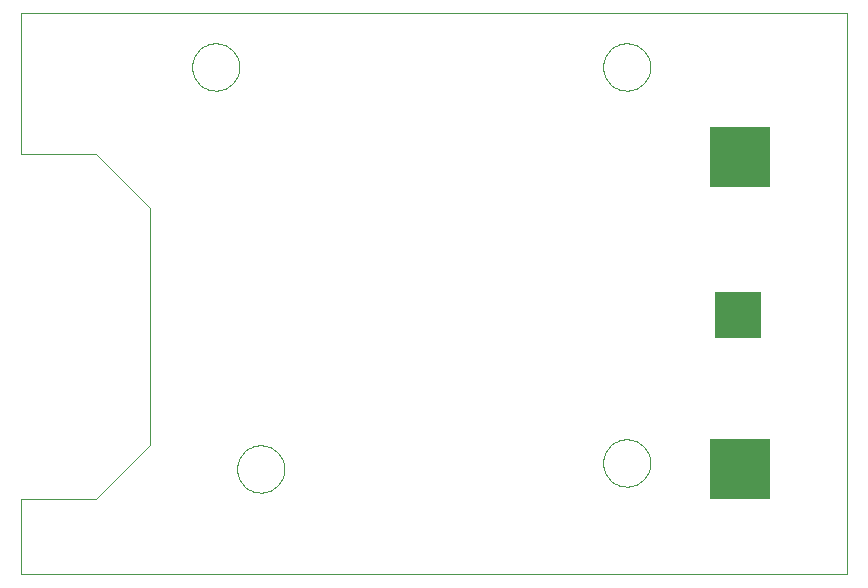
<source format=gbp>
G75*
%MOIN*%
%OFA0B0*%
%FSLAX24Y24*%
%IPPOS*%
%LPD*%
%AMOC8*
5,1,8,0,0,1.08239X$1,22.5*
%
%ADD10C,0.0000*%
%ADD11R,0.2000X0.2000*%
%ADD12R,0.1560X0.1560*%
D10*
X003250Y002550D02*
X003250Y005050D01*
X005750Y005050D01*
X007550Y006850D01*
X007550Y014750D01*
X005750Y016550D01*
X003250Y016550D01*
X003250Y021235D01*
X030809Y021235D01*
X030809Y002550D01*
X003250Y002550D01*
X010463Y006050D02*
X010465Y006106D01*
X010471Y006161D01*
X010481Y006215D01*
X010494Y006269D01*
X010512Y006322D01*
X010533Y006373D01*
X010557Y006423D01*
X010585Y006471D01*
X010617Y006517D01*
X010651Y006561D01*
X010689Y006602D01*
X010729Y006640D01*
X010772Y006675D01*
X010817Y006707D01*
X010865Y006736D01*
X010914Y006762D01*
X010965Y006784D01*
X011017Y006802D01*
X011071Y006816D01*
X011126Y006827D01*
X011181Y006834D01*
X011236Y006837D01*
X011292Y006836D01*
X011347Y006831D01*
X011402Y006822D01*
X011456Y006810D01*
X011509Y006793D01*
X011561Y006773D01*
X011611Y006749D01*
X011659Y006722D01*
X011706Y006692D01*
X011750Y006658D01*
X011792Y006621D01*
X011830Y006581D01*
X011867Y006539D01*
X011900Y006494D01*
X011929Y006448D01*
X011956Y006399D01*
X011978Y006348D01*
X011998Y006296D01*
X012013Y006242D01*
X012025Y006188D01*
X012033Y006133D01*
X012037Y006078D01*
X012037Y006022D01*
X012033Y005967D01*
X012025Y005912D01*
X012013Y005858D01*
X011998Y005804D01*
X011978Y005752D01*
X011956Y005701D01*
X011929Y005652D01*
X011900Y005606D01*
X011867Y005561D01*
X011830Y005519D01*
X011792Y005479D01*
X011750Y005442D01*
X011706Y005408D01*
X011659Y005378D01*
X011611Y005351D01*
X011561Y005327D01*
X011509Y005307D01*
X011456Y005290D01*
X011402Y005278D01*
X011347Y005269D01*
X011292Y005264D01*
X011236Y005263D01*
X011181Y005266D01*
X011126Y005273D01*
X011071Y005284D01*
X011017Y005298D01*
X010965Y005316D01*
X010914Y005338D01*
X010865Y005364D01*
X010817Y005393D01*
X010772Y005425D01*
X010729Y005460D01*
X010689Y005498D01*
X010651Y005539D01*
X010617Y005583D01*
X010585Y005629D01*
X010557Y005677D01*
X010533Y005727D01*
X010512Y005778D01*
X010494Y005831D01*
X010481Y005885D01*
X010471Y005939D01*
X010465Y005994D01*
X010463Y006050D01*
X022663Y006250D02*
X022665Y006306D01*
X022671Y006361D01*
X022681Y006415D01*
X022694Y006469D01*
X022712Y006522D01*
X022733Y006573D01*
X022757Y006623D01*
X022785Y006671D01*
X022817Y006717D01*
X022851Y006761D01*
X022889Y006802D01*
X022929Y006840D01*
X022972Y006875D01*
X023017Y006907D01*
X023065Y006936D01*
X023114Y006962D01*
X023165Y006984D01*
X023217Y007002D01*
X023271Y007016D01*
X023326Y007027D01*
X023381Y007034D01*
X023436Y007037D01*
X023492Y007036D01*
X023547Y007031D01*
X023602Y007022D01*
X023656Y007010D01*
X023709Y006993D01*
X023761Y006973D01*
X023811Y006949D01*
X023859Y006922D01*
X023906Y006892D01*
X023950Y006858D01*
X023992Y006821D01*
X024030Y006781D01*
X024067Y006739D01*
X024100Y006694D01*
X024129Y006648D01*
X024156Y006599D01*
X024178Y006548D01*
X024198Y006496D01*
X024213Y006442D01*
X024225Y006388D01*
X024233Y006333D01*
X024237Y006278D01*
X024237Y006222D01*
X024233Y006167D01*
X024225Y006112D01*
X024213Y006058D01*
X024198Y006004D01*
X024178Y005952D01*
X024156Y005901D01*
X024129Y005852D01*
X024100Y005806D01*
X024067Y005761D01*
X024030Y005719D01*
X023992Y005679D01*
X023950Y005642D01*
X023906Y005608D01*
X023859Y005578D01*
X023811Y005551D01*
X023761Y005527D01*
X023709Y005507D01*
X023656Y005490D01*
X023602Y005478D01*
X023547Y005469D01*
X023492Y005464D01*
X023436Y005463D01*
X023381Y005466D01*
X023326Y005473D01*
X023271Y005484D01*
X023217Y005498D01*
X023165Y005516D01*
X023114Y005538D01*
X023065Y005564D01*
X023017Y005593D01*
X022972Y005625D01*
X022929Y005660D01*
X022889Y005698D01*
X022851Y005739D01*
X022817Y005783D01*
X022785Y005829D01*
X022757Y005877D01*
X022733Y005927D01*
X022712Y005978D01*
X022694Y006031D01*
X022681Y006085D01*
X022671Y006139D01*
X022665Y006194D01*
X022663Y006250D01*
X022663Y019450D02*
X022665Y019506D01*
X022671Y019561D01*
X022681Y019615D01*
X022694Y019669D01*
X022712Y019722D01*
X022733Y019773D01*
X022757Y019823D01*
X022785Y019871D01*
X022817Y019917D01*
X022851Y019961D01*
X022889Y020002D01*
X022929Y020040D01*
X022972Y020075D01*
X023017Y020107D01*
X023065Y020136D01*
X023114Y020162D01*
X023165Y020184D01*
X023217Y020202D01*
X023271Y020216D01*
X023326Y020227D01*
X023381Y020234D01*
X023436Y020237D01*
X023492Y020236D01*
X023547Y020231D01*
X023602Y020222D01*
X023656Y020210D01*
X023709Y020193D01*
X023761Y020173D01*
X023811Y020149D01*
X023859Y020122D01*
X023906Y020092D01*
X023950Y020058D01*
X023992Y020021D01*
X024030Y019981D01*
X024067Y019939D01*
X024100Y019894D01*
X024129Y019848D01*
X024156Y019799D01*
X024178Y019748D01*
X024198Y019696D01*
X024213Y019642D01*
X024225Y019588D01*
X024233Y019533D01*
X024237Y019478D01*
X024237Y019422D01*
X024233Y019367D01*
X024225Y019312D01*
X024213Y019258D01*
X024198Y019204D01*
X024178Y019152D01*
X024156Y019101D01*
X024129Y019052D01*
X024100Y019006D01*
X024067Y018961D01*
X024030Y018919D01*
X023992Y018879D01*
X023950Y018842D01*
X023906Y018808D01*
X023859Y018778D01*
X023811Y018751D01*
X023761Y018727D01*
X023709Y018707D01*
X023656Y018690D01*
X023602Y018678D01*
X023547Y018669D01*
X023492Y018664D01*
X023436Y018663D01*
X023381Y018666D01*
X023326Y018673D01*
X023271Y018684D01*
X023217Y018698D01*
X023165Y018716D01*
X023114Y018738D01*
X023065Y018764D01*
X023017Y018793D01*
X022972Y018825D01*
X022929Y018860D01*
X022889Y018898D01*
X022851Y018939D01*
X022817Y018983D01*
X022785Y019029D01*
X022757Y019077D01*
X022733Y019127D01*
X022712Y019178D01*
X022694Y019231D01*
X022681Y019285D01*
X022671Y019339D01*
X022665Y019394D01*
X022663Y019450D01*
X008963Y019450D02*
X008965Y019506D01*
X008971Y019561D01*
X008981Y019615D01*
X008994Y019669D01*
X009012Y019722D01*
X009033Y019773D01*
X009057Y019823D01*
X009085Y019871D01*
X009117Y019917D01*
X009151Y019961D01*
X009189Y020002D01*
X009229Y020040D01*
X009272Y020075D01*
X009317Y020107D01*
X009365Y020136D01*
X009414Y020162D01*
X009465Y020184D01*
X009517Y020202D01*
X009571Y020216D01*
X009626Y020227D01*
X009681Y020234D01*
X009736Y020237D01*
X009792Y020236D01*
X009847Y020231D01*
X009902Y020222D01*
X009956Y020210D01*
X010009Y020193D01*
X010061Y020173D01*
X010111Y020149D01*
X010159Y020122D01*
X010206Y020092D01*
X010250Y020058D01*
X010292Y020021D01*
X010330Y019981D01*
X010367Y019939D01*
X010400Y019894D01*
X010429Y019848D01*
X010456Y019799D01*
X010478Y019748D01*
X010498Y019696D01*
X010513Y019642D01*
X010525Y019588D01*
X010533Y019533D01*
X010537Y019478D01*
X010537Y019422D01*
X010533Y019367D01*
X010525Y019312D01*
X010513Y019258D01*
X010498Y019204D01*
X010478Y019152D01*
X010456Y019101D01*
X010429Y019052D01*
X010400Y019006D01*
X010367Y018961D01*
X010330Y018919D01*
X010292Y018879D01*
X010250Y018842D01*
X010206Y018808D01*
X010159Y018778D01*
X010111Y018751D01*
X010061Y018727D01*
X010009Y018707D01*
X009956Y018690D01*
X009902Y018678D01*
X009847Y018669D01*
X009792Y018664D01*
X009736Y018663D01*
X009681Y018666D01*
X009626Y018673D01*
X009571Y018684D01*
X009517Y018698D01*
X009465Y018716D01*
X009414Y018738D01*
X009365Y018764D01*
X009317Y018793D01*
X009272Y018825D01*
X009229Y018860D01*
X009189Y018898D01*
X009151Y018939D01*
X009117Y018983D01*
X009085Y019029D01*
X009057Y019077D01*
X009033Y019127D01*
X009012Y019178D01*
X008994Y019231D01*
X008981Y019285D01*
X008971Y019339D01*
X008965Y019394D01*
X008963Y019450D01*
D11*
X027226Y016456D03*
X027219Y006037D03*
D12*
X027148Y011181D03*
M02*

</source>
